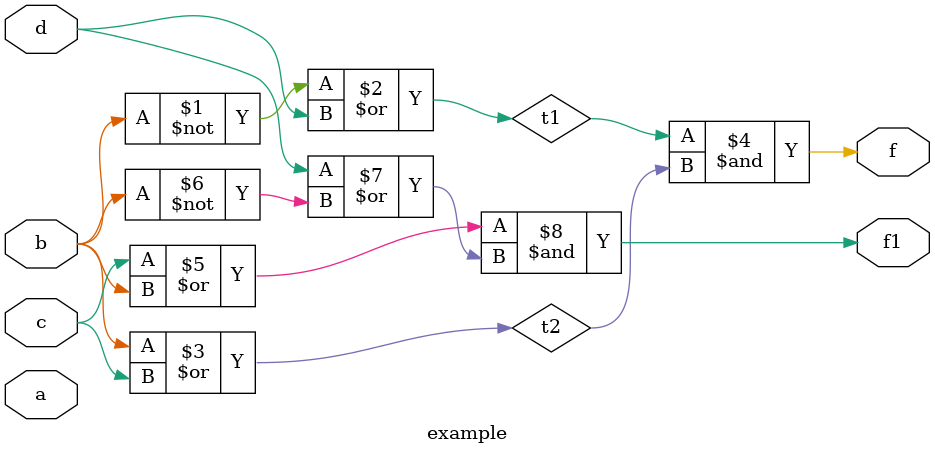
<source format=v>
module example(a,b,c,d,f,f1);
input a,b,c,d;
output f,f1;
or(t1,~b,d);
or(t2,b,c);
and(f,t1,t2);

assign f1 = ((c|b)&(d|~b));
endmodule
</source>
